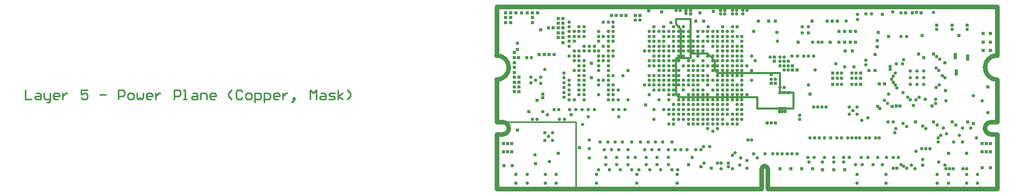
<source format=gbr>
G04 Layer_Physical_Order=5*
G04 Layer_Color=128*
%FSLAX24Y24*%
%MOIN*%
%TF.FileFunction,Copper,L5,Inr,Plane*%
%TF.Part,Single*%
G01*
G75*
%TA.AperFunction,NonConductor*%
%ADD55C,0.0100*%
%ADD63C,0.0300*%
%TA.AperFunction,ViaPad*%
%ADD64C,0.0220*%
%ADD65C,0.0240*%
%ADD66C,0.0230*%
%TA.AperFunction,TestPad*%
%ADD67C,0.0220*%
%TA.AperFunction,NonConductor*%
%ADD71C,0.0120*%
D55*
X-0Y-0D02*
X5118D01*
Y4331D01*
X0D02*
X5118D01*
X-30400Y6400D02*
Y5800D01*
X-30000D01*
X-29700Y6200D02*
X-29500D01*
X-29400Y6100D01*
Y5800D01*
X-29700D01*
X-29800Y5900D01*
X-29700Y6000D01*
X-29400D01*
X-29200Y6200D02*
Y5900D01*
X-29100Y5800D01*
X-28801D01*
Y5700D01*
X-28900Y5600D01*
X-29000D01*
X-28801Y5800D02*
Y6200D01*
X-28301Y5800D02*
X-28501D01*
X-28601Y5900D01*
Y6100D01*
X-28501Y6200D01*
X-28301D01*
X-28201Y6100D01*
Y6000D01*
X-28601D01*
X-28001Y6200D02*
Y5800D01*
Y6000D01*
X-27901Y6100D01*
X-27801Y6200D01*
X-27701D01*
X-26401Y6400D02*
X-26801D01*
Y6100D01*
X-26601Y6200D01*
X-26501D01*
X-26401Y6100D01*
Y5900D01*
X-26501Y5800D01*
X-26701D01*
X-26801Y5900D01*
X-25602Y6100D02*
X-25202D01*
X-24402Y5800D02*
Y6400D01*
X-24102D01*
X-24002Y6300D01*
Y6100D01*
X-24102Y6000D01*
X-24402D01*
X-23702Y5800D02*
X-23502D01*
X-23402Y5900D01*
Y6100D01*
X-23502Y6200D01*
X-23702D01*
X-23802Y6100D01*
Y5900D01*
X-23702Y5800D01*
X-23202Y6200D02*
Y5900D01*
X-23102Y5800D01*
X-23002Y5900D01*
X-22902Y5800D01*
X-22802Y5900D01*
Y6200D01*
X-22303Y5800D02*
X-22503D01*
X-22603Y5900D01*
Y6100D01*
X-22503Y6200D01*
X-22303D01*
X-22203Y6100D01*
Y6000D01*
X-22603D01*
X-22003Y6200D02*
Y5800D01*
Y6000D01*
X-21903Y6100D01*
X-21803Y6200D01*
X-21703D01*
X-20803Y5800D02*
Y6400D01*
X-20503D01*
X-20403Y6300D01*
Y6100D01*
X-20503Y6000D01*
X-20803D01*
X-20203Y5800D02*
X-20003D01*
X-20103D01*
Y6400D01*
X-20203D01*
X-19603Y6200D02*
X-19404D01*
X-19304Y6100D01*
Y5800D01*
X-19603D01*
X-19703Y5900D01*
X-19603Y6000D01*
X-19304D01*
X-19104Y5800D02*
Y6200D01*
X-18804D01*
X-18704Y6100D01*
Y5800D01*
X-18204D02*
X-18404D01*
X-18504Y5900D01*
Y6100D01*
X-18404Y6200D01*
X-18204D01*
X-18104Y6100D01*
Y6000D01*
X-18504D01*
X-17104Y5800D02*
X-17304Y6000D01*
Y6200D01*
X-17104Y6400D01*
X-16405Y6300D02*
X-16504Y6400D01*
X-16704D01*
X-16804Y6300D01*
Y5900D01*
X-16704Y5800D01*
X-16504D01*
X-16405Y5900D01*
X-16105Y5800D02*
X-15905D01*
X-15805Y5900D01*
Y6100D01*
X-15905Y6200D01*
X-16105D01*
X-16205Y6100D01*
Y5900D01*
X-16105Y5800D01*
X-15605Y5600D02*
Y6200D01*
X-15305D01*
X-15205Y6100D01*
Y5900D01*
X-15305Y5800D01*
X-15605D01*
X-15005Y5600D02*
Y6200D01*
X-14705D01*
X-14605Y6100D01*
Y5900D01*
X-14705Y5800D01*
X-15005D01*
X-14105D02*
X-14305D01*
X-14405Y5900D01*
Y6100D01*
X-14305Y6200D01*
X-14105D01*
X-14005Y6100D01*
Y6000D01*
X-14405D01*
X-13805Y6200D02*
Y5800D01*
Y6000D01*
X-13705Y6100D01*
X-13605Y6200D01*
X-13505D01*
X-13106Y5700D02*
X-13006Y5800D01*
Y5900D01*
X-13106D01*
Y5800D01*
X-13006D01*
X-13106Y5700D01*
X-13206Y5600D01*
X-12006Y5800D02*
Y6400D01*
X-11806Y6200D01*
X-11606Y6400D01*
Y5800D01*
X-11306Y6200D02*
X-11106D01*
X-11006Y6100D01*
Y5800D01*
X-11306D01*
X-11406Y5900D01*
X-11306Y6000D01*
X-11006D01*
X-10806Y5800D02*
X-10506D01*
X-10406Y5900D01*
X-10506Y6000D01*
X-10706D01*
X-10806Y6100D01*
X-10706Y6200D01*
X-10406D01*
X-10207Y5800D02*
Y6400D01*
Y6000D02*
X-9907Y6200D01*
X-10207Y6000D02*
X-9907Y5800D01*
X-9607D02*
X-9407Y6000D01*
Y6200D01*
X-9607Y6400D01*
D63*
X394Y3543D02*
G03*
X787Y3937I0J394D01*
G01*
D02*
G03*
X394Y4331I-394J0D01*
G01*
X0Y7087D02*
G03*
X787Y7874I0J787D01*
G01*
D02*
G03*
X0Y8661I-787J0D01*
G01*
X32283D02*
G03*
X31496Y7874I0J-787D01*
G01*
D02*
G03*
X32283Y7087I787J0D01*
G01*
X31890Y4331D02*
G03*
X31496Y3937I0J-394D01*
G01*
D02*
G03*
X31890Y3543I394J0D01*
G01*
X17480Y1299D02*
G03*
X17283Y1496I-197J0D01*
G01*
X17283D02*
G03*
X17087Y1299I0J-197D01*
G01*
X-0Y-0D02*
X0Y-0D01*
Y3543D01*
X394D01*
X0Y4331D02*
X394D01*
X0D02*
Y7087D01*
Y8661D02*
X0D01*
X0D02*
Y11811D01*
X32283D01*
Y8661D02*
Y11811D01*
X32283Y8661D02*
X32283D01*
Y4331D02*
Y7087D01*
X31890Y4331D02*
X32283D01*
X31890Y3543D02*
X32283D01*
Y3150D02*
Y3543D01*
Y0D02*
Y3150D01*
X17480Y0D02*
X32283D01*
X17480D02*
Y1299D01*
X17283Y1496D02*
X17283D01*
X17087Y0D02*
Y1299D01*
X0Y0D02*
X17087D01*
X-0Y-0D02*
X0Y0D01*
D64*
X20551Y7717D02*
D03*
X3268Y4803D02*
D03*
X14961Y1693D02*
D03*
X11417Y8937D02*
D03*
X27480Y1929D02*
D03*
X15394Y2362D02*
D03*
X13661Y10512D02*
D03*
X12362Y7992D02*
D03*
X12992Y7362D02*
D03*
X12677Y7047D02*
D03*
X12362D02*
D03*
X12047D02*
D03*
X12992D02*
D03*
X13307Y7362D02*
D03*
Y7677D02*
D03*
Y7992D02*
D03*
X12992Y7677D02*
D03*
X13622Y7992D02*
D03*
X12677Y7677D02*
D03*
X12992Y7992D02*
D03*
X13622Y9567D02*
D03*
X11417Y7047D02*
D03*
Y7362D02*
D03*
Y6732D02*
D03*
X23937Y4606D02*
D03*
X20118Y6732D02*
D03*
X20984Y9528D02*
D03*
X25236Y4331D02*
D03*
X16693Y8307D02*
D03*
X25748Y3898D02*
D03*
X26260Y1496D02*
D03*
X14252Y8622D02*
D03*
Y7362D02*
D03*
X13937Y7047D02*
D03*
X15827Y6732D02*
D03*
X15197Y7047D02*
D03*
Y6732D02*
D03*
X14252Y7047D02*
D03*
Y6732D02*
D03*
X14882D02*
D03*
X14567D02*
D03*
X16142Y6102D02*
D03*
X15827Y5787D02*
D03*
X14882Y6417D02*
D03*
X14567D02*
D03*
X14252D02*
D03*
X15512D02*
D03*
X14567Y5787D02*
D03*
X15197Y6102D02*
D03*
Y5787D02*
D03*
X15827Y5472D02*
D03*
X26063Y1575D02*
D03*
X25591Y1339D02*
D03*
X28976Y1299D02*
D03*
X29213D02*
D03*
X29449D02*
D03*
X28898Y1535D02*
D03*
X12677Y8937D02*
D03*
X30079Y1299D02*
D03*
X30315D02*
D03*
X12992Y10197D02*
D03*
X28896Y7207D02*
D03*
X28740Y7362D02*
D03*
X28502Y7679D02*
D03*
X28583Y8425D02*
D03*
X28386Y8583D02*
D03*
Y10344D02*
D03*
X29370D02*
D03*
X30354D02*
D03*
X13307Y9567D02*
D03*
X12992Y9882D02*
D03*
X11417Y10197D02*
D03*
X28976Y5709D02*
D03*
X28307Y5827D02*
D03*
Y5551D02*
D03*
X27638Y5827D02*
D03*
X25787Y8110D02*
D03*
X26181D02*
D03*
X26260Y8386D02*
D03*
X14252Y3898D02*
D03*
X14882Y4213D02*
D03*
X14567D02*
D03*
X14252Y5157D02*
D03*
X13937Y4528D02*
D03*
Y4213D02*
D03*
X14882Y5472D02*
D03*
X14567D02*
D03*
X14252Y5787D02*
D03*
X28346Y7835D02*
D03*
X28543Y6732D02*
D03*
X28346Y6575D02*
D03*
X14252Y4213D02*
D03*
X13307D02*
D03*
X10709Y3031D02*
D03*
X10236D02*
D03*
X9764D02*
D03*
X9291D02*
D03*
X14882Y9882D02*
D03*
X25472Y7126D02*
D03*
X15512Y10512D02*
D03*
X14882Y10197D02*
D03*
X12992Y9252D02*
D03*
X11102Y9882D02*
D03*
X12362D02*
D03*
X13937Y9252D02*
D03*
X26496Y5945D02*
D03*
X26693Y5787D02*
D03*
X27047D02*
D03*
X27244Y5945D02*
D03*
X14252Y8937D02*
D03*
Y9252D02*
D03*
X26220Y6260D02*
D03*
X25591Y6929D02*
D03*
X25827Y6535D02*
D03*
X25709Y6732D02*
D03*
X25591Y7323D02*
D03*
X25709Y7520D02*
D03*
X12992Y9567D02*
D03*
X15512Y9882D02*
D03*
X15197Y10197D02*
D03*
X1339Y9449D02*
D03*
X11260Y10787D02*
D03*
X11732Y9252D02*
D03*
X3701Y5157D02*
D03*
X5906Y4685D02*
D03*
X12047Y5157D02*
D03*
X7874Y4685D02*
D03*
X11102Y4843D02*
D03*
X11732Y4528D02*
D03*
X12677Y4213D02*
D03*
X12362D02*
D03*
X2323Y4528D02*
D03*
X2598D02*
D03*
X12677Y5157D02*
D03*
X11732Y4843D02*
D03*
Y5157D02*
D03*
X12362Y5472D02*
D03*
X5551Y4173D02*
D03*
X2992Y5000D02*
D03*
X4370Y4528D02*
D03*
X4055D02*
D03*
X9843Y7362D02*
D03*
X7835Y6417D02*
D03*
X7205Y10197D02*
D03*
X9843Y9252D02*
D03*
X5315Y9882D02*
D03*
X10787Y10512D02*
D03*
X5315D02*
D03*
X9843Y9567D02*
D03*
X5630Y10197D02*
D03*
X6890Y9882D02*
D03*
X6575D02*
D03*
Y10197D02*
D03*
X10157Y10512D02*
D03*
X5630D02*
D03*
X10787Y10197D02*
D03*
X6890Y10827D02*
D03*
X10472Y9252D02*
D03*
X10157Y9567D02*
D03*
Y9882D02*
D03*
X9843Y10197D02*
D03*
X5630Y9882D02*
D03*
X6890Y8307D02*
D03*
X11102Y8937D02*
D03*
X10472D02*
D03*
X10157Y8937D02*
D03*
X6575Y8937D02*
D03*
X9528D02*
D03*
X9843D02*
D03*
X6890Y9252D02*
D03*
X5315Y8622D02*
D03*
X10157Y9252D02*
D03*
X5630D02*
D03*
X6575Y8622D02*
D03*
X9843Y8307D02*
D03*
Y7992D02*
D03*
X5630Y8307D02*
D03*
X5000Y8937D02*
D03*
X10157Y7992D02*
D03*
X10472D02*
D03*
Y8307D02*
D03*
X10157D02*
D03*
X5630Y8937D02*
D03*
X5315D02*
D03*
X10787Y8622D02*
D03*
X7205Y8937D02*
D03*
X11417Y7677D02*
D03*
Y7992D02*
D03*
Y8307D02*
D03*
X10787Y8937D02*
D03*
Y8307D02*
D03*
X8150Y7362D02*
D03*
X10787Y6732D02*
D03*
X11102Y6102D02*
D03*
X9528Y6732D02*
D03*
X5000Y7677D02*
D03*
X5315Y7362D02*
D03*
X11102Y6417D02*
D03*
X7835Y5787D02*
D03*
X10787Y9252D02*
D03*
X10157Y7047D02*
D03*
X11102D02*
D03*
X10472Y6732D02*
D03*
X7520Y8622D02*
D03*
Y8937D02*
D03*
X7205Y9252D02*
D03*
X5000Y9567D02*
D03*
Y9882D02*
D03*
X12677Y7362D02*
D03*
X12362Y7677D02*
D03*
X12047Y6417D02*
D03*
X12677Y6102D02*
D03*
Y6417D02*
D03*
X12992Y8937D02*
D03*
X15197Y1299D02*
D03*
X16142Y1339D02*
D03*
X15669Y1535D02*
D03*
X11732Y8937D02*
D03*
X12362D02*
D03*
X15512Y6732D02*
D03*
X13307Y5472D02*
D03*
X10157Y6732D02*
D03*
X9843D02*
D03*
X11102Y5787D02*
D03*
X10472D02*
D03*
X8465D02*
D03*
X11417Y6417D02*
D03*
X5315Y7047D02*
D03*
X11102Y7362D02*
D03*
X5315Y6417D02*
D03*
X9843Y7047D02*
D03*
X10157Y7362D02*
D03*
X10787Y7992D02*
D03*
X5315Y6102D02*
D03*
X8465Y7677D02*
D03*
X11102Y6732D02*
D03*
X10787Y7677D02*
D03*
X10157Y6417D02*
D03*
X10472Y7047D02*
D03*
X10787D02*
D03*
Y7362D02*
D03*
X5315Y6732D02*
D03*
X6575Y9567D02*
D03*
X11102Y10197D02*
D03*
X4331Y5945D02*
D03*
Y6260D02*
D03*
Y6575D02*
D03*
Y6890D02*
D03*
Y7205D02*
D03*
Y7520D02*
D03*
X10157Y5157D02*
D03*
X13307Y10197D02*
D03*
X15197Y10512D02*
D03*
X13307Y6417D02*
D03*
X11417Y5157D02*
D03*
X11102Y4213D02*
D03*
X10157Y4528D02*
D03*
X10787Y5157D02*
D03*
X6575Y1260D02*
D03*
X7283D02*
D03*
X7047Y1575D02*
D03*
X7756D02*
D03*
X7992Y1260D02*
D03*
X8465Y1575D02*
D03*
X8701Y1260D02*
D03*
X11299D02*
D03*
X11063Y1575D02*
D03*
X10591Y1260D02*
D03*
X10354Y1575D02*
D03*
X9646D02*
D03*
X9882Y1260D02*
D03*
X9173D02*
D03*
X11102Y5157D02*
D03*
X11417Y5472D02*
D03*
X12677Y5787D02*
D03*
X13307D02*
D03*
X13622D02*
D03*
Y4528D02*
D03*
X14252Y6102D02*
D03*
X19724Y10512D02*
D03*
X20118D02*
D03*
X19724Y10118D02*
D03*
X14567Y8937D02*
D03*
X25276Y6142D02*
D03*
X16575Y10197D02*
D03*
X13622Y5472D02*
D03*
Y4843D02*
D03*
X13937D02*
D03*
Y5787D02*
D03*
X14252Y5472D02*
D03*
X6693Y3031D02*
D03*
X7165D02*
D03*
X7638D02*
D03*
X8110D02*
D03*
X12362Y5157D02*
D03*
X11417Y4528D02*
D03*
Y4843D02*
D03*
X12677Y5472D02*
D03*
X12047Y4528D02*
D03*
X12362D02*
D03*
X12992D02*
D03*
X13307D02*
D03*
X12992Y4213D02*
D03*
Y5157D02*
D03*
X12992Y4843D02*
D03*
X13622Y4213D02*
D03*
Y3898D02*
D03*
Y5157D02*
D03*
X13937Y3740D02*
D03*
X14252Y4528D02*
D03*
Y4843D02*
D03*
X14882Y5787D02*
D03*
X14567Y4843D02*
D03*
Y4528D02*
D03*
X15197Y4843D02*
D03*
Y4528D02*
D03*
X15512D02*
D03*
Y4843D02*
D03*
X15197Y4213D02*
D03*
X15512D02*
D03*
X14567Y5157D02*
D03*
X15197Y6417D02*
D03*
X15512Y6102D02*
D03*
X15827Y6417D02*
D03*
Y6102D02*
D03*
X15512Y5157D02*
D03*
X15827D02*
D03*
X13386Y1693D02*
D03*
X14252D02*
D03*
X14488Y1299D02*
D03*
Y1693D02*
D03*
X13740Y2756D02*
D03*
X12047Y9882D02*
D03*
X13937D02*
D03*
X14567Y9567D02*
D03*
X20394Y9528D02*
D03*
X14882Y9567D02*
D03*
X18110D02*
D03*
X15827Y9882D02*
D03*
X15197Y8937D02*
D03*
X14882D02*
D03*
X14252Y9567D02*
D03*
X13622Y10197D02*
D03*
Y9882D02*
D03*
X14567Y10197D02*
D03*
X15197Y9567D02*
D03*
Y9882D02*
D03*
X20748Y9528D02*
D03*
X30039Y3031D02*
D03*
X14567Y10512D02*
D03*
X14252Y10197D02*
D03*
X13937D02*
D03*
Y9567D02*
D03*
X29016Y3583D02*
D03*
X29488Y3031D02*
D03*
X29843Y3465D02*
D03*
X12677Y9252D02*
D03*
Y9567D02*
D03*
X12047Y8937D02*
D03*
X11732Y9567D02*
D03*
X31299Y5709D02*
D03*
X28504Y1732D02*
D03*
X28465Y3307D02*
D03*
Y3031D02*
D03*
X26969Y1299D02*
D03*
X26732Y1535D02*
D03*
X26457Y1339D02*
D03*
X15512Y8622D02*
D03*
Y9252D02*
D03*
X15197D02*
D03*
X14567Y8622D02*
D03*
X15197D02*
D03*
X14882D02*
D03*
X15827D02*
D03*
X27047Y2441D02*
D03*
X14882Y7047D02*
D03*
Y7362D02*
D03*
X15827Y7047D02*
D03*
X14252Y7677D02*
D03*
X13937Y7992D02*
D03*
X15197Y7362D02*
D03*
X14567Y7677D02*
D03*
X13937Y8622D02*
D03*
X15512Y7677D02*
D03*
X15827Y7992D02*
D03*
Y7677D02*
D03*
X14252Y7992D02*
D03*
X16457Y7047D02*
D03*
X16142Y7992D02*
D03*
X16457Y7677D02*
D03*
X15197D02*
D03*
X15827Y8307D02*
D03*
X15512D02*
D03*
X15197D02*
D03*
X14882Y7677D02*
D03*
Y8307D02*
D03*
X14567Y7992D02*
D03*
X14882D02*
D03*
X14567Y8307D02*
D03*
X15827Y8937D02*
D03*
X15512D02*
D03*
X16457Y8622D02*
D03*
X28661Y3465D02*
D03*
X25669Y3661D02*
D03*
X19055Y8622D02*
D03*
X20433D02*
D03*
X20118D02*
D03*
X19803D02*
D03*
X19409D02*
D03*
X26063Y11417D02*
D03*
X11102Y9252D02*
D03*
X19528Y4528D02*
D03*
Y4764D02*
D03*
X11732Y5787D02*
D03*
X9843Y9882D02*
D03*
X24685Y3307D02*
D03*
X24055D02*
D03*
X24449D02*
D03*
X23189D02*
D03*
X23425D02*
D03*
X23819D02*
D03*
X27677Y2598D02*
D03*
X27402D02*
D03*
X27953D02*
D03*
X14961Y1457D02*
D03*
X16457Y3189D02*
D03*
X16220D02*
D03*
X24528Y9606D02*
D03*
X11417Y4213D02*
D03*
X15197Y2165D02*
D03*
X25591Y4331D02*
D03*
X30039Y3937D02*
D03*
X28425Y4134D02*
D03*
X28819Y3937D02*
D03*
X29606Y4134D02*
D03*
X27480Y4094D02*
D03*
X27677Y3898D02*
D03*
X26220Y4252D02*
D03*
X26457Y4055D02*
D03*
Y9882D02*
D03*
X26063D02*
D03*
X24173Y11339D02*
D03*
X23819Y8346D02*
D03*
Y8031D02*
D03*
X11417Y10512D02*
D03*
X12362Y10197D02*
D03*
X23268Y10984D02*
D03*
Y11299D02*
D03*
X11417Y9252D02*
D03*
X11732Y9882D02*
D03*
Y10512D02*
D03*
X12047D02*
D03*
X22441Y7913D02*
D03*
X21870Y8110D02*
D03*
X23031Y7913D02*
D03*
X22559Y10866D02*
D03*
X30945Y3307D02*
D03*
X30591Y3937D02*
D03*
X30748Y6063D02*
D03*
X6929Y2559D02*
D03*
X7402D02*
D03*
X7874D02*
D03*
X9528D02*
D03*
X10000D02*
D03*
X10472D02*
D03*
X7047Y2047D02*
D03*
X7756D02*
D03*
X8465D02*
D03*
Y2559D02*
D03*
X8701Y3031D02*
D03*
X8937Y2047D02*
D03*
X9646D02*
D03*
X10354D02*
D03*
X11063Y2559D02*
D03*
Y2047D02*
D03*
X11299Y3031D02*
D03*
X12283Y2559D02*
D03*
X11890D02*
D03*
X11693Y1260D02*
D03*
X11496Y2559D02*
D03*
X12835D02*
D03*
X12598Y2047D02*
D03*
X13346Y2756D02*
D03*
X13189Y2559D02*
D03*
X16142Y1850D02*
D03*
X15748Y2008D02*
D03*
X16575Y2283D02*
D03*
X16811Y2008D02*
D03*
X24882Y1575D02*
D03*
X23937Y2047D02*
D03*
X24567D02*
D03*
X24291Y1575D02*
D03*
X23150D02*
D03*
X23583D02*
D03*
X23504Y2047D02*
D03*
X22756D02*
D03*
X21732D02*
D03*
X22362Y1732D02*
D03*
Y2047D02*
D03*
X21732Y1732D02*
D03*
X21142Y2047D02*
D03*
X20472D02*
D03*
X20157Y1732D02*
D03*
X20079Y2047D02*
D03*
X19370Y2283D02*
D03*
X19055D02*
D03*
X18740D02*
D03*
X18425D02*
D03*
X18110D02*
D03*
X17795D02*
D03*
X17323D02*
D03*
X21024Y1732D02*
D03*
X20197Y3307D02*
D03*
X20512D02*
D03*
X20827D02*
D03*
X21142D02*
D03*
X21535D02*
D03*
X21929D02*
D03*
X22244D02*
D03*
X22638D02*
D03*
X22913D02*
D03*
X25157Y2047D02*
D03*
X25906D02*
D03*
X25591D02*
D03*
D65*
X31693Y6614D02*
D03*
Y4961D02*
D03*
X12205Y11575D02*
D03*
X17992Y4291D02*
D03*
X19370Y7717D02*
D03*
X19094D02*
D03*
Y7992D02*
D03*
X3701Y8701D02*
D03*
X24724Y5197D02*
D03*
X24685Y6811D02*
D03*
X25000D02*
D03*
X18071Y10157D02*
D03*
X13346Y10866D02*
D03*
X8937Y11260D02*
D03*
X4291Y11063D02*
D03*
Y10748D02*
D03*
Y10433D02*
D03*
Y10118D02*
D03*
Y9803D02*
D03*
X3976D02*
D03*
X7402Y11260D02*
D03*
X7717D02*
D03*
X8031D02*
D03*
X8346D02*
D03*
X24567Y5354D02*
D03*
X21496Y9528D02*
D03*
X21732Y1260D02*
D03*
X22441D02*
D03*
X29134Y2323D02*
D03*
X30315D02*
D03*
X26811Y11417D02*
D03*
X17559Y10866D02*
D03*
X28386Y10600D02*
D03*
X25276Y9882D02*
D03*
X24528Y9213D02*
D03*
X30394Y8425D02*
D03*
X28937Y6378D02*
D03*
X29646Y7638D02*
D03*
X29587Y8504D02*
D03*
X28898Y8189D02*
D03*
X28189Y8740D02*
D03*
X27559Y8504D02*
D03*
X13982Y11530D02*
D03*
X12835Y10866D02*
D03*
X2835Y10315D02*
D03*
X3976Y10118D02*
D03*
Y10748D02*
D03*
Y10433D02*
D03*
X3661D02*
D03*
X3346D02*
D03*
X1142Y8858D02*
D03*
X1339Y9055D02*
D03*
X2756Y8701D02*
D03*
X10630Y11496D02*
D03*
X9803Y11535D02*
D03*
X2087Y5000D02*
D03*
X4803Y4803D02*
D03*
X6102Y8150D02*
D03*
X2992Y5906D02*
D03*
Y6142D02*
D03*
X3976Y2323D02*
D03*
X6102Y7205D02*
D03*
X9606Y5433D02*
D03*
X1929Y8504D02*
D03*
X2520Y1654D02*
D03*
X1339Y3819D02*
D03*
X5354Y2677D02*
D03*
X20118Y10118D02*
D03*
X12362Y1575D02*
D03*
X13189Y1457D02*
D03*
X13858Y1339D02*
D03*
X13110Y11417D02*
D03*
X19449Y9528D02*
D03*
X30354Y10600D02*
D03*
X27362Y11417D02*
D03*
X26378D02*
D03*
X25512Y5354D02*
D03*
X27480Y1535D02*
D03*
X25827Y1339D02*
D03*
X9252Y11260D02*
D03*
X3976Y11063D02*
D03*
X4291Y9488D02*
D03*
X906Y10787D02*
D03*
Y11102D02*
D03*
Y11417D02*
D03*
X2323Y10787D02*
D03*
Y11102D02*
D03*
Y11417D02*
D03*
X2638D02*
D03*
X1969D02*
D03*
X1614D02*
D03*
X1260D02*
D03*
X591D02*
D03*
Y11102D02*
D03*
Y10787D02*
D03*
X1417Y8504D02*
D03*
X3071Y8701D02*
D03*
X3386D02*
D03*
X1142Y8504D02*
D03*
Y8189D02*
D03*
Y7874D02*
D03*
Y7559D02*
D03*
Y7244D02*
D03*
Y6929D02*
D03*
Y6614D02*
D03*
Y6299D02*
D03*
X1457D02*
D03*
Y6614D02*
D03*
Y6929D02*
D03*
Y7244D02*
D03*
X16890Y10866D02*
D03*
X24606Y10157D02*
D03*
X21693Y6772D02*
D03*
Y7165D02*
D03*
Y7520D02*
D03*
X23465D02*
D03*
Y6772D02*
D03*
Y7165D02*
D03*
X18228Y5197D02*
D03*
X18425D02*
D03*
X18622D02*
D03*
X17913Y8543D02*
D03*
Y8268D02*
D03*
X17992Y6850D02*
D03*
X17717D02*
D03*
X18268Y6260D02*
D03*
X18543D02*
D03*
X18819D02*
D03*
X20197Y6142D02*
D03*
X1026Y1500D02*
D03*
X709Y2953D02*
D03*
X984Y2402D02*
D03*
X709D02*
D03*
X984Y2953D02*
D03*
X474Y1500D02*
D03*
X433Y2953D02*
D03*
Y2402D02*
D03*
X31299D02*
D03*
Y1378D02*
D03*
X31575Y2953D02*
D03*
X31299D02*
D03*
X31575Y2402D02*
D03*
X31850D02*
D03*
Y1378D02*
D03*
Y2953D02*
D03*
Y10079D02*
D03*
Y8976D02*
D03*
Y9528D02*
D03*
X31378Y10079D02*
D03*
Y8976D02*
D03*
Y9528D02*
D03*
X2598Y5748D02*
D03*
X17441Y4291D02*
D03*
X17717D02*
D03*
X30394Y8628D02*
D03*
X29646Y7441D02*
D03*
X29587Y8701D02*
D03*
X29370Y10600D02*
D03*
X12520Y11339D02*
D03*
Y11575D02*
D03*
X11850D02*
D03*
X14724D02*
D03*
X14449D02*
D03*
X24882Y11299D02*
D03*
X11563Y11575D02*
D03*
X18268Y1299D02*
D03*
X18976D02*
D03*
X19685D02*
D03*
X20394D02*
D03*
X26024Y5394D02*
D03*
X25787D02*
D03*
X28071D02*
D03*
X26870Y5413D02*
D03*
X30748Y4252D02*
D03*
X27008Y4331D02*
D03*
X28189D02*
D03*
X29370D02*
D03*
X30394D02*
D03*
X27205Y8740D02*
D03*
X27441Y9961D02*
D03*
X29803D02*
D03*
X20354Y10866D02*
D03*
X24016Y7677D02*
D03*
X24409D02*
D03*
Y8701D02*
D03*
X21969Y10866D02*
D03*
X21654D02*
D03*
X21299D02*
D03*
X22480Y8937D02*
D03*
X22953D02*
D03*
X22087Y9528D02*
D03*
X22441D02*
D03*
X22795D02*
D03*
X23150D02*
D03*
X22087Y10197D02*
D03*
X22441D02*
D03*
X22795D02*
D03*
X23150D02*
D03*
X17992Y10866D02*
D03*
X21024Y1260D02*
D03*
D66*
X3100Y3150D02*
D03*
Y3650D02*
D03*
X3600D02*
D03*
Y3150D02*
D03*
X3100Y3150D02*
D03*
Y3650D02*
D03*
X3600D02*
D03*
Y3150D02*
D03*
X18819Y7717D02*
D03*
X18543D02*
D03*
X18268Y7992D02*
D03*
X18543D02*
D03*
X18819D02*
D03*
Y8268D02*
D03*
X18543D02*
D03*
X18268D02*
D03*
X18543Y8543D02*
D03*
X18268D02*
D03*
X13307Y6102D02*
D03*
X15512Y5472D02*
D03*
X28425Y945D02*
D03*
X29134D02*
D03*
X30315D02*
D03*
X31024D02*
D03*
X25394Y7756D02*
D03*
Y7953D02*
D03*
X13307Y9252D02*
D03*
Y8307D02*
D03*
X12677Y7992D02*
D03*
X2244Y8504D02*
D03*
X6299Y5157D02*
D03*
X4016D02*
D03*
X7205Y7047D02*
D03*
X10787Y9882D02*
D03*
X10157Y8622D02*
D03*
X11102Y8307D02*
D03*
X5630Y7047D02*
D03*
X6575Y6102D02*
D03*
X5630D02*
D03*
X7205Y6417D02*
D03*
Y6732D02*
D03*
X5630Y7992D02*
D03*
Y5787D02*
D03*
Y7362D02*
D03*
X7205Y7677D02*
D03*
X7520Y5787D02*
D03*
Y6102D02*
D03*
Y6417D02*
D03*
Y6732D02*
D03*
X7205Y7992D02*
D03*
Y8307D02*
D03*
Y8622D02*
D03*
X6890D02*
D03*
X7205Y9567D02*
D03*
Y9882D02*
D03*
X7520Y9567D02*
D03*
Y9882D02*
D03*
Y10197D02*
D03*
Y10512D02*
D03*
Y10827D02*
D03*
X7205D02*
D03*
X4685Y5787D02*
D03*
Y6102D02*
D03*
Y6417D02*
D03*
Y6732D02*
D03*
Y7047D02*
D03*
X5000Y8622D02*
D03*
X4685D02*
D03*
Y9252D02*
D03*
Y9567D02*
D03*
X5000Y10197D02*
D03*
X5315D02*
D03*
X4685Y9882D02*
D03*
Y10197D02*
D03*
Y10512D02*
D03*
Y10827D02*
D03*
X5315Y8307D02*
D03*
X5000D02*
D03*
X11732Y7677D02*
D03*
X11102Y7677D02*
D03*
X12047Y5787D02*
D03*
X12362Y6102D02*
D03*
X12047Y7992D02*
D03*
X11102Y7992D02*
D03*
X11732Y6732D02*
D03*
X12362Y7362D02*
D03*
X11732Y5472D02*
D03*
X12047Y4843D02*
D03*
Y6732D02*
D03*
X12362D02*
D03*
X12677D02*
D03*
X12047Y5472D02*
D03*
Y10197D02*
D03*
X12362Y9252D02*
D03*
Y9567D02*
D03*
X11732Y8622D02*
D03*
X12677Y8307D02*
D03*
X12992Y8622D02*
D03*
X12047D02*
D03*
X13307Y8937D02*
D03*
X13622Y8622D02*
D03*
X13937Y8307D02*
D03*
X14252Y9882D02*
D03*
X14882Y9252D02*
D03*
X15827D02*
D03*
Y4843D02*
D03*
X15512Y7992D02*
D03*
X14882Y5157D02*
D03*
X13937Y5472D02*
D03*
X13307Y4843D02*
D03*
X12677D02*
D03*
X10157Y10197D02*
D03*
X10787Y9567D02*
D03*
X10472Y8622D02*
D03*
X3350Y3400D02*
D03*
X3858Y945D02*
D03*
X3425Y1772D02*
D03*
X13937Y7677D02*
D03*
X13622Y7362D02*
D03*
Y7047D02*
D03*
Y6732D02*
D03*
Y6102D02*
D03*
X13937Y6417D02*
D03*
X12992Y6732D02*
D03*
X14567Y7362D02*
D03*
X12362Y4843D02*
D03*
X10787Y6417D02*
D03*
X11732Y10197D02*
D03*
X12047Y9567D02*
D03*
Y9252D02*
D03*
X11732Y7047D02*
D03*
Y8307D02*
D03*
X12362D02*
D03*
X14252D02*
D03*
X14567Y9882D02*
D03*
Y9252D02*
D03*
X15827Y9567D02*
D03*
Y4528D02*
D03*
X15197Y7992D02*
D03*
X15827Y7362D02*
D03*
X15512Y5787D02*
D03*
X14882Y4843D02*
D03*
X13937Y5157D02*
D03*
X13307D02*
D03*
X12677Y4528D02*
D03*
X10472Y10197D02*
D03*
Y9567D02*
D03*
X13307Y7047D02*
D03*
X12992Y6417D02*
D03*
X14567Y7047D02*
D03*
X12362Y5787D02*
D03*
X12992Y5472D02*
D03*
Y5787D02*
D03*
X11732Y7362D02*
D03*
X11417Y9882D02*
D03*
Y9567D02*
D03*
X10472Y6417D02*
D03*
X6575Y8307D02*
D03*
Y7992D02*
D03*
X10472Y7362D02*
D03*
Y7677D02*
D03*
X7205Y7362D02*
D03*
X7520D02*
D03*
X5315Y7992D02*
D03*
Y7677D02*
D03*
X7205Y6102D02*
D03*
Y5787D02*
D03*
X5630Y7677D02*
D03*
X6890Y7047D02*
D03*
X6575Y7047D02*
D03*
Y6732D02*
D03*
X5630D02*
D03*
X6575Y7677D02*
D03*
X5630Y6417D02*
D03*
X6299Y8937D02*
D03*
X5000Y5787D02*
D03*
X5984Y8937D02*
D03*
X3110Y7756D02*
D03*
X1260Y945D02*
D03*
X1969D02*
D03*
X3150D02*
D03*
X6457D02*
D03*
X9055D02*
D03*
X11654D02*
D03*
X12992Y6102D02*
D03*
X14882D02*
D03*
X14567D02*
D03*
X25118Y945D02*
D03*
X23228D02*
D03*
X15512Y7362D02*
D03*
X20984Y5315D02*
D03*
X20709D02*
D03*
X20433D02*
D03*
X21260D02*
D03*
X12205Y11378D02*
D03*
X9252Y10945D02*
D03*
X8937D02*
D03*
X2480Y2205D02*
D03*
X22244Y6772D02*
D03*
X21969Y7165D02*
D03*
X22244D02*
D03*
X21969Y6772D02*
D03*
Y7520D02*
D03*
X22244D02*
D03*
X22913Y7165D02*
D03*
X23189D02*
D03*
Y7520D02*
D03*
X22913D02*
D03*
Y6772D02*
D03*
X23189D02*
D03*
X18228Y5000D02*
D03*
X18425D02*
D03*
X18622D02*
D03*
X17638Y8543D02*
D03*
X18268Y6575D02*
D03*
X17717Y7126D02*
D03*
X17992D02*
D03*
X17717Y7402D02*
D03*
X18543Y6575D02*
D03*
X11102Y8628D02*
D03*
X11417Y6102D02*
D03*
X11732D02*
D03*
X6299Y9252D02*
D03*
X5984D02*
D03*
Y3189D02*
D03*
Y2598D02*
D03*
Y2008D02*
D03*
X2520Y7047D02*
D03*
X2835Y7244D02*
D03*
Y6850D02*
D03*
X2205Y7244D02*
D03*
Y6890D02*
D03*
X23228Y5315D02*
D03*
Y4843D02*
D03*
X22756D02*
D03*
Y5315D02*
D03*
X22992Y5079D02*
D03*
X27126Y7205D02*
D03*
X27559Y6772D02*
D03*
Y7205D02*
D03*
Y7638D02*
D03*
X27126D02*
D03*
Y6772D02*
D03*
X26693D02*
D03*
Y7205D02*
D03*
Y7638D02*
D03*
X7520Y5157D02*
D03*
X7874D02*
D03*
X8268D02*
D03*
X4724D02*
D03*
X5118D02*
D03*
X5512D02*
D03*
X5906D02*
D03*
X25551Y11496D02*
D03*
X27087Y11457D02*
D03*
X28189D02*
D03*
X25000Y5748D02*
D03*
X25197Y5551D02*
D03*
X9843Y6102D02*
D03*
X15866Y11339D02*
D03*
Y11575D02*
D03*
X14449Y11339D02*
D03*
X14724D02*
D03*
X15197D02*
D03*
X15472D02*
D03*
Y11575D02*
D03*
X15197D02*
D03*
X16142D02*
D03*
X11654Y394D02*
D03*
X9055D02*
D03*
X6457D02*
D03*
X3858D02*
D03*
X3150D02*
D03*
X1969D02*
D03*
X1260D02*
D03*
X23228D02*
D03*
X25118D02*
D03*
X28425D02*
D03*
X29134D02*
D03*
X30315D02*
D03*
X31024D02*
D03*
D67*
X23543Y4449D02*
D03*
X23819Y11339D02*
D03*
D71*
X12520Y8898D02*
Y11024D01*
Y8780D02*
X13622D01*
X11575Y8465D02*
X12520D01*
X11575Y6102D02*
Y8465D01*
X14094Y7677D02*
Y8307D01*
Y7677D02*
X14252Y7520D01*
X18268D01*
X13622Y8780D02*
X14094Y8307D01*
X11732Y5945D02*
X16811D01*
X18268Y6260D02*
Y7520D01*
Y6260D02*
X19134D01*
Y5197D02*
Y6260D01*
X16811Y5197D02*
X19134D01*
X16811D02*
Y5945D01*
X11575Y11024D02*
X12520D01*
X11575Y8307D02*
Y8346D01*
X11693Y8465D01*
X12520D02*
Y8898D01*
X12638Y8780D01*
X11575Y10669D02*
Y10709D01*
Y10669D02*
X11890Y10354D01*
Y8465D02*
Y10354D01*
X11575Y10709D02*
Y11024D01*
X11772Y8465D02*
X11890Y8583D01*
X12008Y8465D01*
X11575Y6102D02*
X11732Y5945D01*
%TF.MD5,42384ecdb68b20012f53eda13c421b54*%
M02*

</source>
